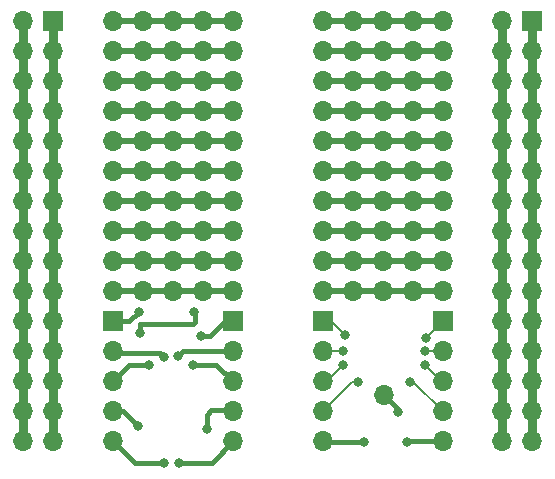
<source format=gbr>
%TF.GenerationSoftware,KiCad,Pcbnew,7.0.2*%
%TF.CreationDate,2024-01-29T22:05:24-05:00*%
%TF.ProjectId,dpx_perv_5x10-smt,6470785f-7065-4727-965f-357831302d73,rev?*%
%TF.SameCoordinates,Original*%
%TF.FileFunction,Copper,L4,Bot*%
%TF.FilePolarity,Positive*%
%FSLAX46Y46*%
G04 Gerber Fmt 4.6, Leading zero omitted, Abs format (unit mm)*
G04 Created by KiCad (PCBNEW 7.0.2) date 2024-01-29 22:05:24*
%MOMM*%
%LPD*%
G01*
G04 APERTURE LIST*
%TA.AperFunction,EtchedComponent*%
%ADD10C,0.508000*%
%TD*%
%TA.AperFunction,EtchedComponent*%
%ADD11C,0.500000*%
%TD*%
%TA.AperFunction,ComponentPad*%
%ADD12R,1.700000X1.700000*%
%TD*%
%TA.AperFunction,ComponentPad*%
%ADD13O,1.700000X1.700000*%
%TD*%
%TA.AperFunction,ViaPad*%
%ADD14C,0.800000*%
%TD*%
%TA.AperFunction,Conductor*%
%ADD15C,0.200000*%
%TD*%
%TA.AperFunction,Conductor*%
%ADD16C,0.450000*%
%TD*%
%TA.AperFunction,Conductor*%
%ADD17C,0.750000*%
%TD*%
G04 APERTURE END LIST*
D10*
%TO.C,U2*%
X79195000Y-56470000D02*
X76655000Y-56470000D01*
X79195000Y-53930000D02*
X76655000Y-53930000D01*
X79195000Y-51390000D02*
X76655000Y-51390000D01*
X79195000Y-48850000D02*
X76655000Y-48850000D01*
X79195000Y-46310000D02*
X76655000Y-46310000D01*
X76655000Y-56470000D02*
X74115000Y-56470000D01*
X76655000Y-53930000D02*
X74115000Y-53930000D01*
X76655000Y-51390000D02*
X74115000Y-51390000D01*
X76655000Y-48850000D02*
X74115000Y-48850000D01*
X76655000Y-46310000D02*
X74115000Y-46310000D01*
X74115000Y-56470000D02*
X71575000Y-56470000D01*
X74115000Y-53930000D02*
X71575000Y-53930000D01*
X74115000Y-51390000D02*
X71575000Y-51390000D01*
X74115000Y-48850000D02*
X71575000Y-48850000D01*
X74115000Y-46310000D02*
X71575000Y-46310000D01*
D11*
X69035000Y-56470000D02*
X71575000Y-56470000D01*
X69035000Y-53930000D02*
X71575000Y-53930000D01*
X69035000Y-51390000D02*
X71575000Y-51390000D01*
X69035000Y-48850000D02*
X71575000Y-48850000D01*
X69035000Y-46310000D02*
X71575000Y-46310000D01*
D10*
X61435000Y-56470000D02*
X58895000Y-56470000D01*
X61435000Y-53930000D02*
X58895000Y-53930000D01*
X61435000Y-51390000D02*
X58895000Y-51390000D01*
X61435000Y-48850000D02*
X58895000Y-48850000D01*
X61425000Y-46310000D02*
X58885000Y-46310000D01*
X58895000Y-56470000D02*
X56355000Y-56470000D01*
X58895000Y-53930000D02*
X56355000Y-53930000D01*
X58895000Y-51390000D02*
X56355000Y-51390000D01*
X58895000Y-48850000D02*
X56355000Y-48850000D01*
X58885000Y-46310000D02*
X56345000Y-46310000D01*
X56355000Y-56470000D02*
X53815000Y-56470000D01*
X56355000Y-53930000D02*
X53815000Y-53930000D01*
X56355000Y-51390000D02*
X53815000Y-51390000D01*
X56355000Y-48850000D02*
X53815000Y-48850000D01*
X56345000Y-46310000D02*
X53805000Y-46310000D01*
X53815000Y-56470000D02*
X51275000Y-56470000D01*
X53815000Y-53930000D02*
X51275000Y-53930000D01*
X53815000Y-51390000D02*
X51275000Y-51390000D01*
X53815000Y-48850000D02*
X51275000Y-48850000D01*
X53805000Y-46310000D02*
X51265000Y-46310000D01*
%TO.C,U1*%
X79180000Y-43775000D02*
X76640000Y-43775000D01*
X79180000Y-41235000D02*
X76640000Y-41235000D01*
X79180000Y-38695000D02*
X76640000Y-38695000D01*
X79180000Y-36155000D02*
X76640000Y-36155000D01*
X79180000Y-33615000D02*
X76640000Y-33615000D01*
X76640000Y-43775000D02*
X74100000Y-43775000D01*
X76640000Y-41235000D02*
X74100000Y-41235000D01*
X76640000Y-38695000D02*
X74100000Y-38695000D01*
X76640000Y-36155000D02*
X74100000Y-36155000D01*
X76640000Y-33615000D02*
X74100000Y-33615000D01*
X74100000Y-43775000D02*
X71560000Y-43775000D01*
X74100000Y-41235000D02*
X71560000Y-41235000D01*
X74100000Y-38695000D02*
X71560000Y-38695000D01*
X74100000Y-36155000D02*
X71560000Y-36155000D01*
X74100000Y-33615000D02*
X71560000Y-33615000D01*
D11*
X69020000Y-43775000D02*
X71560000Y-43775000D01*
X69020000Y-41235000D02*
X71560000Y-41235000D01*
X69020000Y-38695000D02*
X71560000Y-38695000D01*
X69020000Y-36155000D02*
X71560000Y-36155000D01*
X69020000Y-33615000D02*
X71560000Y-33615000D01*
D10*
X61420000Y-43775000D02*
X58880000Y-43775000D01*
X61420000Y-41235000D02*
X58880000Y-41235000D01*
X61420000Y-38695000D02*
X58880000Y-38695000D01*
X61420000Y-36155000D02*
X58880000Y-36155000D01*
X61410000Y-33615000D02*
X58870000Y-33615000D01*
X58880000Y-43775000D02*
X56340000Y-43775000D01*
X58880000Y-41235000D02*
X56340000Y-41235000D01*
X58880000Y-38695000D02*
X56340000Y-38695000D01*
X58880000Y-36155000D02*
X56340000Y-36155000D01*
X58870000Y-33615000D02*
X56330000Y-33615000D01*
X56340000Y-43775000D02*
X53800000Y-43775000D01*
X56340000Y-41235000D02*
X53800000Y-41235000D01*
X56340000Y-38695000D02*
X53800000Y-38695000D01*
X56340000Y-36155000D02*
X53800000Y-36155000D01*
X56330000Y-33615000D02*
X53790000Y-33615000D01*
X53800000Y-43775000D02*
X51260000Y-43775000D01*
X53800000Y-41235000D02*
X51260000Y-41235000D01*
X53800000Y-38695000D02*
X51260000Y-38695000D01*
X53800000Y-36155000D02*
X51260000Y-36155000D01*
X53790000Y-33615000D02*
X51250000Y-33615000D01*
%TD*%
D12*
%TO.P,REF\u002A\u002A,1*%
%TO.N,N/C*%
X51280000Y-59030000D03*
D13*
%TO.P,REF\u002A\u002A,2*%
X51280000Y-61570000D03*
%TO.P,REF\u002A\u002A,3*%
X51280000Y-64110000D03*
%TO.P,REF\u002A\u002A,4*%
X51280000Y-66650000D03*
%TO.P,REF\u002A\u002A,5*%
X51280000Y-69190000D03*
%TD*%
D12*
%TO.P,J1,1,Pin_1*%
%TO.N,VCC*%
X46220000Y-33615000D03*
D13*
%TO.P,J1,2,Pin_2*%
%TO.N,GND*%
X43680000Y-33615000D03*
%TO.P,J1,3,Pin_3*%
%TO.N,VCC*%
X46220000Y-36155000D03*
%TO.P,J1,4,Pin_4*%
%TO.N,GND*%
X43680000Y-36155000D03*
%TO.P,J1,5,Pin_5*%
%TO.N,VCC*%
X46220000Y-38695000D03*
%TO.P,J1,6,Pin_6*%
%TO.N,GND*%
X43680000Y-38695000D03*
%TO.P,J1,7,Pin_7*%
%TO.N,VCC*%
X46220000Y-41235000D03*
%TO.P,J1,8,Pin_8*%
%TO.N,GND*%
X43680000Y-41235000D03*
%TO.P,J1,9,Pin_9*%
%TO.N,VCC*%
X46220000Y-43775000D03*
%TO.P,J1,10,Pin_10*%
%TO.N,GND*%
X43680000Y-43775000D03*
%TO.P,J1,11,Pin_11*%
%TO.N,VCC*%
X46220000Y-46315000D03*
%TO.P,J1,12,Pin_12*%
%TO.N,GND*%
X43680000Y-46315000D03*
%TO.P,J1,13,Pin_13*%
%TO.N,VCC*%
X46220000Y-48855000D03*
%TO.P,J1,14,Pin_14*%
%TO.N,GND*%
X43680000Y-48855000D03*
%TO.P,J1,15,Pin_15*%
%TO.N,VCC*%
X46220000Y-51395000D03*
%TO.P,J1,16,Pin_16*%
%TO.N,GND*%
X43680000Y-51395000D03*
%TO.P,J1,17,Pin_17*%
%TO.N,VCC*%
X46220000Y-53935000D03*
%TO.P,J1,18,Pin_18*%
%TO.N,GND*%
X43680000Y-53935000D03*
%TO.P,J1,19,Pin_19*%
%TO.N,VCC*%
X46220000Y-56475000D03*
%TO.P,J1,20,Pin_20*%
%TO.N,GND*%
X43680000Y-56475000D03*
%TO.P,J1,21*%
%TO.N,N/C*%
X46220000Y-59015000D03*
%TO.P,J1,22*%
X43680000Y-59015000D03*
%TO.P,J1,23*%
X46220000Y-61555000D03*
%TO.P,J1,24*%
X43680000Y-61555000D03*
%TO.P,J1,25*%
X46220000Y-64095000D03*
%TO.P,J1,26*%
X43680000Y-64095000D03*
%TO.P,J1,27*%
X46220000Y-66635000D03*
%TO.P,J1,28*%
X43680000Y-66635000D03*
%TO.P,J1,29*%
X46220000Y-69175000D03*
%TO.P,J1,30*%
X43680000Y-69175000D03*
%TD*%
D12*
%TO.P,J2,1,Pin_1*%
%TO.N,VCC*%
X86770000Y-33615000D03*
D13*
%TO.P,J2,2,Pin_2*%
%TO.N,GND*%
X84230000Y-33615000D03*
%TO.P,J2,3,Pin_3*%
%TO.N,VCC*%
X86770000Y-36155000D03*
%TO.P,J2,4,Pin_4*%
%TO.N,GND*%
X84230000Y-36155000D03*
%TO.P,J2,5,Pin_5*%
%TO.N,VCC*%
X86770000Y-38695000D03*
%TO.P,J2,6,Pin_6*%
%TO.N,GND*%
X84230000Y-38695000D03*
%TO.P,J2,7,Pin_7*%
%TO.N,VCC*%
X86770000Y-41235000D03*
%TO.P,J2,8,Pin_8*%
%TO.N,GND*%
X84230000Y-41235000D03*
%TO.P,J2,9,Pin_9*%
%TO.N,VCC*%
X86770000Y-43775000D03*
%TO.P,J2,10,Pin_10*%
%TO.N,GND*%
X84230000Y-43775000D03*
%TO.P,J2,11,Pin_11*%
%TO.N,VCC*%
X86770000Y-46315000D03*
%TO.P,J2,12,Pin_12*%
%TO.N,GND*%
X84230000Y-46315000D03*
%TO.P,J2,13,Pin_13*%
%TO.N,VCC*%
X86770000Y-48855000D03*
%TO.P,J2,14,Pin_14*%
%TO.N,GND*%
X84230000Y-48855000D03*
%TO.P,J2,15,Pin_15*%
%TO.N,VCC*%
X86770000Y-51395000D03*
%TO.P,J2,16,Pin_16*%
%TO.N,GND*%
X84230000Y-51395000D03*
%TO.P,J2,17,Pin_17*%
%TO.N,VCC*%
X86770000Y-53935000D03*
%TO.P,J2,18,Pin_18*%
%TO.N,GND*%
X84230000Y-53935000D03*
%TO.P,J2,19,Pin_19*%
%TO.N,VCC*%
X86770000Y-56475000D03*
%TO.P,J2,20,Pin_20*%
%TO.N,GND*%
X84230000Y-56475000D03*
%TO.P,J2,21*%
%TO.N,N/C*%
X86770000Y-59015000D03*
%TO.P,J2,22*%
X84230000Y-59015000D03*
%TO.P,J2,23*%
X86770000Y-61555000D03*
%TO.P,J2,24*%
X84230000Y-61555000D03*
%TO.P,J2,25*%
X86770000Y-64095000D03*
%TO.P,J2,26*%
X84230000Y-64095000D03*
%TO.P,J2,27*%
X86770000Y-66635000D03*
%TO.P,J2,28*%
X84230000Y-66635000D03*
%TO.P,J2,29*%
X86770000Y-69175000D03*
%TO.P,J2,30*%
X84230000Y-69175000D03*
%TD*%
D12*
%TO.P,REF\u002A\u002A,1*%
%TO.N,N/C*%
X79210000Y-59030000D03*
D13*
%TO.P,REF\u002A\u002A,2*%
X79210000Y-61570000D03*
%TO.P,REF\u002A\u002A,3*%
X79210000Y-64110000D03*
%TO.P,REF\u002A\u002A,4*%
X79210000Y-66650000D03*
%TO.P,REF\u002A\u002A,5*%
X79210000Y-69190000D03*
%TD*%
D12*
%TO.P,REF\u002A\u002A,1*%
%TO.N,N/C*%
X61440000Y-59030000D03*
D13*
%TO.P,REF\u002A\u002A,2*%
X61440000Y-61570000D03*
%TO.P,REF\u002A\u002A,3*%
X61440000Y-64110000D03*
%TO.P,REF\u002A\u002A,4*%
X61440000Y-66650000D03*
%TO.P,REF\u002A\u002A,5*%
X61440000Y-69190000D03*
%TD*%
%TO.P,,?*%
%TO.N,N/C*%
X74240000Y-65270000D03*
%TD*%
D12*
%TO.P,REF\u002A\u002A,1*%
%TO.N,N/C*%
X69050000Y-59030000D03*
D13*
%TO.P,REF\u002A\u002A,2*%
X69050000Y-61570000D03*
%TO.P,REF\u002A\u002A,3*%
X69050000Y-64110000D03*
%TO.P,REF\u002A\u002A,4*%
X69050000Y-66650000D03*
%TO.P,REF\u002A\u002A,5*%
X69050000Y-69190000D03*
%TD*%
%TO.P,U2,1*%
%TO.N,N/C*%
X79195000Y-46310000D03*
%TO.P,U2,2*%
X76655000Y-46310000D03*
%TO.P,U2,3*%
X74115000Y-46310000D03*
%TO.P,U2,4*%
X71575000Y-46310000D03*
%TO.P,U2,5*%
X69035000Y-46310000D03*
%TO.P,U2,6*%
X61435000Y-46310000D03*
%TO.P,U2,11*%
X79195000Y-48850000D03*
%TO.P,U2,12*%
X76655000Y-48850000D03*
%TO.P,U2,13*%
X74115000Y-48850000D03*
%TO.P,U2,14*%
X71575000Y-48850000D03*
%TO.P,U2,15*%
X69035000Y-48850000D03*
%TO.P,U2,16*%
X61435000Y-48850000D03*
%TO.P,U2,17*%
X58895000Y-48850000D03*
X58885000Y-46310000D03*
%TO.P,U2,18*%
X56355000Y-48850000D03*
X56345000Y-46310000D03*
%TO.P,U2,19*%
X53815000Y-48850000D03*
X53805000Y-46310000D03*
%TO.P,U2,20*%
X51275000Y-48850000D03*
X51265000Y-46310000D03*
%TO.P,U2,21*%
X79195000Y-51390000D03*
%TO.P,U2,22*%
X76655000Y-51390000D03*
%TO.P,U2,23*%
X74115000Y-51390000D03*
%TO.P,U2,24*%
X71575000Y-51390000D03*
%TO.P,U2,25*%
X69035000Y-51390000D03*
%TO.P,U2,26*%
X61435000Y-51390000D03*
%TO.P,U2,27*%
X58895000Y-51390000D03*
%TO.P,U2,28*%
X56355000Y-51390000D03*
%TO.P,U2,29*%
X53815000Y-51390000D03*
%TO.P,U2,30*%
X51275000Y-51390000D03*
%TO.P,U2,31*%
X79195000Y-53930000D03*
%TO.P,U2,32*%
X76655000Y-53930000D03*
%TO.P,U2,33*%
X74115000Y-53930000D03*
%TO.P,U2,34*%
X71575000Y-53930000D03*
%TO.P,U2,35*%
X69035000Y-53930000D03*
%TO.P,U2,36*%
X61435000Y-53930000D03*
%TO.P,U2,37*%
X58895000Y-53930000D03*
%TO.P,U2,38*%
X56355000Y-53930000D03*
%TO.P,U2,39*%
X53815000Y-53930000D03*
%TO.P,U2,40*%
X51275000Y-53930000D03*
%TO.P,U2,41*%
X79195000Y-56470000D03*
%TO.P,U2,42*%
X76655000Y-56470000D03*
%TO.P,U2,43*%
X74115000Y-56470000D03*
%TO.P,U2,44*%
X71575000Y-56470000D03*
%TO.P,U2,45*%
X69035000Y-56470000D03*
%TO.P,U2,46*%
X61435000Y-56470000D03*
%TO.P,U2,47*%
X58895000Y-56470000D03*
%TO.P,U2,48*%
X56355000Y-56470000D03*
%TO.P,U2,49*%
X53815000Y-56470000D03*
%TO.P,U2,50*%
X51275000Y-56470000D03*
%TD*%
%TO.P,U1,1*%
%TO.N,N/C*%
X79180000Y-33615000D03*
%TO.P,U1,2*%
X76640000Y-33615000D03*
%TO.P,U1,3*%
X74100000Y-33615000D03*
%TO.P,U1,4*%
X71560000Y-33615000D03*
%TO.P,U1,5*%
X69020000Y-33615000D03*
%TO.P,U1,6*%
X61420000Y-33615000D03*
%TO.P,U1,11*%
X79180000Y-36155000D03*
%TO.P,U1,12*%
X76640000Y-36155000D03*
%TO.P,U1,13*%
X74100000Y-36155000D03*
%TO.P,U1,14*%
X71560000Y-36155000D03*
%TO.P,U1,15*%
X69020000Y-36155000D03*
%TO.P,U1,16*%
X61420000Y-36155000D03*
%TO.P,U1,17*%
X58880000Y-36155000D03*
X58870000Y-33615000D03*
%TO.P,U1,18*%
X56340000Y-36155000D03*
X56330000Y-33615000D03*
%TO.P,U1,19*%
X53800000Y-36155000D03*
X53790000Y-33615000D03*
%TO.P,U1,20*%
X51260000Y-36155000D03*
X51250000Y-33615000D03*
%TO.P,U1,21*%
X79180000Y-38695000D03*
%TO.P,U1,22*%
X76640000Y-38695000D03*
%TO.P,U1,23*%
X74100000Y-38695000D03*
%TO.P,U1,24*%
X71560000Y-38695000D03*
%TO.P,U1,25*%
X69020000Y-38695000D03*
%TO.P,U1,26*%
X61420000Y-38695000D03*
%TO.P,U1,27*%
X58880000Y-38695000D03*
%TO.P,U1,28*%
X56340000Y-38695000D03*
%TO.P,U1,29*%
X53800000Y-38695000D03*
%TO.P,U1,30*%
X51260000Y-38695000D03*
%TO.P,U1,31*%
X79180000Y-41235000D03*
%TO.P,U1,32*%
X76640000Y-41235000D03*
%TO.P,U1,33*%
X74100000Y-41235000D03*
%TO.P,U1,34*%
X71560000Y-41235000D03*
%TO.P,U1,35*%
X69020000Y-41235000D03*
%TO.P,U1,36*%
X61420000Y-41235000D03*
%TO.P,U1,37*%
X58880000Y-41235000D03*
%TO.P,U1,38*%
X56340000Y-41235000D03*
%TO.P,U1,39*%
X53800000Y-41235000D03*
%TO.P,U1,40*%
X51260000Y-41235000D03*
%TO.P,U1,41*%
X79180000Y-43775000D03*
%TO.P,U1,42*%
X76640000Y-43775000D03*
%TO.P,U1,43*%
X74100000Y-43775000D03*
%TO.P,U1,44*%
X71560000Y-43775000D03*
%TO.P,U1,45*%
X69020000Y-43775000D03*
%TO.P,U1,46*%
X61420000Y-43775000D03*
%TO.P,U1,47*%
X58880000Y-43775000D03*
%TO.P,U1,48*%
X56340000Y-43775000D03*
%TO.P,U1,49*%
X53800000Y-43775000D03*
%TO.P,U1,50*%
X51260000Y-43775000D03*
%TD*%
D14*
%TO.N,*%
X75420000Y-66710000D03*
X70730000Y-62760000D03*
X72520000Y-69240000D03*
X58720000Y-60290000D03*
X77665000Y-62725000D03*
X77770000Y-60470000D03*
X77720000Y-61520000D03*
X70720000Y-61570000D03*
X76390000Y-64150000D03*
X76140000Y-69230000D03*
X53570000Y-60000000D03*
X53490000Y-58210000D03*
X58130000Y-58240000D03*
X70880000Y-60150000D03*
X72040000Y-64180000D03*
%TO.N,unconnected-(1-1-UD+-Pad1)*%
X58090000Y-62690000D03*
%TO.N,unconnected-(1-2-UD--Pad2)*%
X56800000Y-61980000D03*
%TO.N,unconnected-(1-3-GND-Pad3)*%
X55600000Y-62030000D03*
%TO.N,unconnected-(1-4-RTS-Pad4)*%
X54305000Y-62765000D03*
%TO.N,unconnected-(1-5-VCC-Pad5)*%
X53390000Y-67900000D03*
%TO.N,unconnected-(1-6-TXD-Pad6)*%
X55570000Y-71010000D03*
%TO.N,unconnected-(1-7-RXD-Pad7)*%
X56840000Y-70980000D03*
%TO.N,unconnected-(1-8-V3-Pad8)*%
X59220000Y-68110000D03*
%TD*%
D15*
%TO.N,*%
X77770000Y-60470000D02*
X79210000Y-59030000D01*
X79160000Y-61520000D02*
X79210000Y-61570000D01*
X77720000Y-61520000D02*
X79160000Y-61520000D01*
X79050000Y-64110000D02*
X79210000Y-64110000D01*
X77665000Y-62725000D02*
X79050000Y-64110000D01*
X76710000Y-64150000D02*
X79210000Y-66650000D01*
X76390000Y-64150000D02*
X76710000Y-64150000D01*
X71520000Y-64180000D02*
X69050000Y-66650000D01*
X72040000Y-64180000D02*
X71520000Y-64180000D01*
X69380000Y-64110000D02*
X69050000Y-64110000D01*
X70730000Y-62760000D02*
X69380000Y-64110000D01*
X70720000Y-61570000D02*
X69050000Y-61570000D01*
X70880000Y-60150000D02*
X69760000Y-59030000D01*
X69760000Y-59030000D02*
X69050000Y-59030000D01*
D16*
X52670000Y-59030000D02*
X53490000Y-58210000D01*
X76140000Y-69230000D02*
X76180000Y-69190000D01*
X51280000Y-59030000D02*
X52670000Y-59030000D01*
X53570000Y-59280000D02*
X53590000Y-59260000D01*
X58050000Y-59260000D02*
X58240000Y-59070000D01*
X61440000Y-59030000D02*
X60720000Y-59030000D01*
X76180000Y-69190000D02*
X79210000Y-69190000D01*
X58240000Y-58350000D02*
X58130000Y-58240000D01*
X75420000Y-66710000D02*
X75420000Y-66450000D01*
X72520000Y-69240000D02*
X69100000Y-69240000D01*
X53590000Y-59260000D02*
X58050000Y-59260000D01*
X59460000Y-60290000D02*
X58720000Y-60290000D01*
X75420000Y-66450000D02*
X74240000Y-65270000D01*
X60720000Y-59030000D02*
X59460000Y-60290000D01*
X58240000Y-59070000D02*
X58240000Y-58350000D01*
X53570000Y-60000000D02*
X53570000Y-59280000D01*
X69100000Y-69240000D02*
X69050000Y-69190000D01*
D17*
%TO.N,VCC*%
X46220000Y-69175000D02*
X46220000Y-33615000D01*
X86770000Y-69175000D02*
X86770000Y-33615000D01*
%TO.N,GND*%
X43680000Y-33615000D02*
X43680000Y-69175000D01*
X84230000Y-33615000D02*
X84230000Y-69175000D01*
D16*
%TO.N,unconnected-(1-1-UD+-Pad1)*%
X60020000Y-62690000D02*
X61440000Y-64110000D01*
X58090000Y-62690000D02*
X60020000Y-62690000D01*
%TO.N,unconnected-(1-2-UD--Pad2)*%
X61440000Y-61570000D02*
X57210000Y-61570000D01*
X57210000Y-61570000D02*
X56800000Y-61980000D01*
%TO.N,unconnected-(1-3-GND-Pad3)*%
X55260000Y-61690000D02*
X51400000Y-61690000D01*
X55600000Y-62030000D02*
X55260000Y-61690000D01*
X51400000Y-61690000D02*
X51280000Y-61570000D01*
%TO.N,unconnected-(1-4-RTS-Pad4)*%
X54305000Y-62765000D02*
X52625000Y-62765000D01*
X52625000Y-62765000D02*
X51280000Y-64110000D01*
%TO.N,unconnected-(1-5-VCC-Pad5)*%
X51280000Y-66650000D02*
X52140000Y-66650000D01*
X52140000Y-66650000D02*
X53390000Y-67900000D01*
%TO.N,unconnected-(1-6-TXD-Pad6)*%
X53100000Y-71010000D02*
X51280000Y-69190000D01*
X55570000Y-71010000D02*
X53100000Y-71010000D01*
%TO.N,unconnected-(1-7-RXD-Pad7)*%
X56840000Y-70980000D02*
X59650000Y-70980000D01*
X59650000Y-70980000D02*
X61440000Y-69190000D01*
%TO.N,unconnected-(1-8-V3-Pad8)*%
X61360000Y-66570000D02*
X61440000Y-66650000D01*
X59220000Y-66950000D02*
X59600000Y-66570000D01*
X59600000Y-66570000D02*
X61360000Y-66570000D01*
X59220000Y-68110000D02*
X59220000Y-66950000D01*
%TD*%
M02*

</source>
